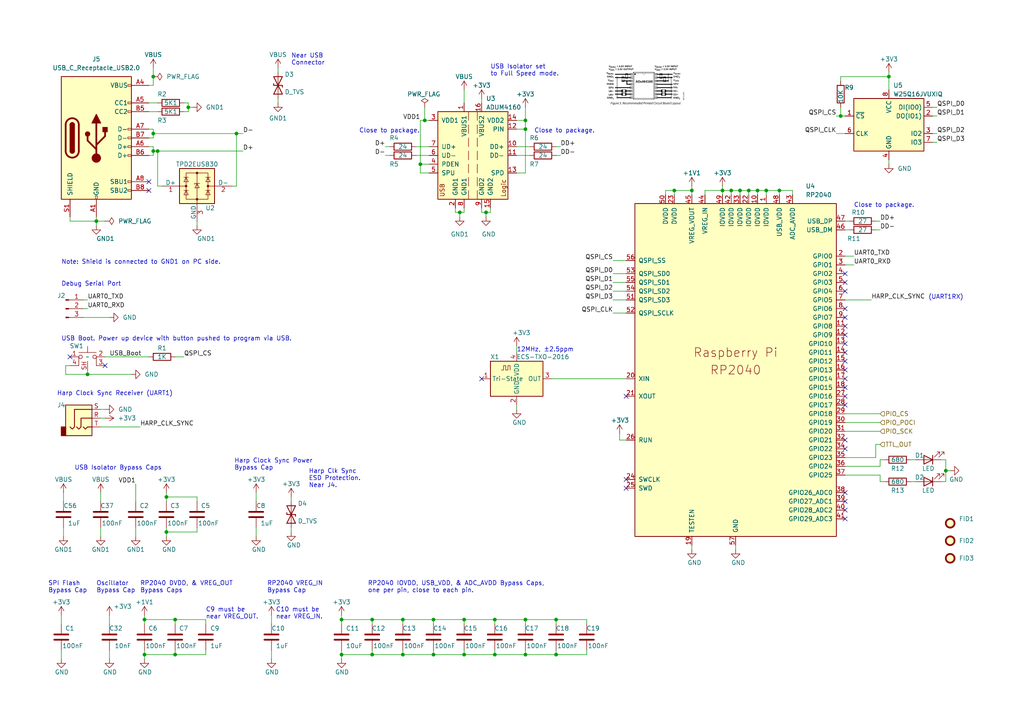
<source format=kicad_sch>
(kicad_sch (version 20230121) (generator eeschema)
  (paper "A4")
  (title_block (title "Lickety Split Capacitive Lick Detector") (date "2023-09-01") (rev "0.7?") (company "The Allen Institute for Neural Dynamics"))
  (junction (at 54.61 31.115))
  (junction (at 195.58 55.245))
  (junction (at 212.09 55.245))
  (junction (at 50.8 179.705))
  (junction (at 222.25 55.245))
  (junction (at 133.35 61.595))
  (junction (at 121.92 47.625))
  (junction (at 107.95 189.865))
  (junction (at 274.32 136.525))
  (junction (at 99.06 189.865))
  (junction (at 41.91 179.705))
  (junction (at 25.4 108.585))
  (junction (at 200.66 55.245))
  (junction (at 99.06 179.705))
  (junction (at 134.62 189.865))
  (junction (at 45.72 43.815))
  (junction (at 116.84 189.865))
  (junction (at 152.4 189.865))
  (junction (at 44.45 22.225))
  (junction (at 161.29 179.705))
  (junction (at 243.84 33.655))
  (junction (at 134.62 179.705))
  (junction (at 27.94 64.135))
  (junction (at 44.45 43.815))
  (junction (at 125.73 179.705))
  (junction (at 41.91 189.865))
  (junction (at 116.84 179.705))
  (junction (at 152.4 179.705))
  (junction (at 226.06 55.245))
  (junction (at 44.45 38.735))
  (junction (at 214.63 55.245))
  (junction (at 50.8 189.865))
  (junction (at 48.26 154.305))
  (junction (at 143.51 179.705))
  (junction (at 217.17 55.245))
  (junction (at 152.4 34.925))
  (junction (at 107.95 179.705))
  (junction (at 68.58 38.735))
  (junction (at 140.97 61.595))
  (junction (at 161.29 189.865))
  (junction (at 209.55 55.245))
  (junction (at 257.81 22.225))
  (junction (at 125.73 189.865))
  (junction (at 219.71 55.245))
  (junction (at 48.26 144.145))
  (junction (at 123.19 34.925))
  (junction (at 143.51 189.865))
  (junction (at 152.4 37.465))
  (no_connect (at 43.18 55.245))
  (no_connect (at 245.11 130.175))
  (no_connect (at 245.11 89.535))
  (no_connect (at 245.11 94.615))
  (no_connect (at 245.11 114.935))
  (no_connect (at 245.11 109.855))
  (no_connect (at 245.11 112.395))
  (no_connect (at 245.11 102.235))
  (no_connect (at 245.11 147.955))
  (no_connect (at 245.11 107.315))
  (no_connect (at 245.11 79.375))
  (no_connect (at 20.32 103.505))
  (no_connect (at 245.11 145.415))
  (no_connect (at 245.11 142.875))
  (no_connect (at 245.11 150.495))
  (no_connect (at 245.11 127.635))
  (no_connect (at 30.48 106.045))
  (no_connect (at 181.61 114.935))
  (no_connect (at 245.11 104.775))
  (no_connect (at 245.11 84.455))
  (no_connect (at 245.11 81.915))
  (no_connect (at 245.11 97.155))
  (no_connect (at 43.18 52.705))
  (no_connect (at 181.61 139.065))
  (no_connect (at 245.11 117.475))
  (no_connect (at 245.11 99.695))
  (no_connect (at 181.61 141.605))
  (no_connect (at 245.11 92.075))
  (no_connect (at 139.7 109.855))
  (wire (pts (xy 243.84 22.225) (xy 257.81 22.225)))
  (wire (pts (xy 255.27 137.795) (xy 245.11 137.795)))
  (wire (pts (xy 31.75 178.435) (xy 31.75 180.975)))
  (wire (pts (xy 57.15 154.305) (xy 57.15 153.035)))
  (wire (pts (xy 111.76 42.545) (xy 113.03 42.545)))
  (wire (pts (xy 120.65 42.545) (xy 124.46 42.545)))
  (wire (pts (xy 123.19 31.115) (xy 123.19 34.925)))
  (wire (pts (xy 217.17 55.245) (xy 217.17 56.515)))
  (wire (pts (xy 214.63 55.245) (xy 217.17 55.245)))
  (wire (pts (xy 257.81 22.225) (xy 257.81 26.035)))
  (wire (pts (xy 243.84 23.495) (xy 243.84 22.225)))
  (wire (pts (xy 99.06 179.705) (xy 99.06 180.975)))
  (wire (pts (xy 25.4 107.315) (xy 25.4 108.585)))
  (wire (pts (xy 41.91 179.705) (xy 50.8 179.705)))
  (wire (pts (xy 140.97 61.595) (xy 142.24 61.595)))
  (wire (pts (xy 139.7 61.595) (xy 140.97 61.595)))
  (wire (pts (xy 18.415 153.035) (xy 18.415 155.575)))
  (wire (pts (xy 273.05 133.35) (xy 274.32 133.35)))
  (wire (pts (xy 20.32 62.865) (xy 20.32 64.135)))
  (wire (pts (xy 44.45 42.545) (xy 44.45 43.815)))
  (wire (pts (xy 39.37 140.335) (xy 39.37 145.415)))
  (wire (pts (xy 44.45 43.815) (xy 44.45 45.085)))
  (wire (pts (xy 274.32 136.525) (xy 275.59 136.525)))
  (wire (pts (xy 30.48 103.505) (xy 43.18 103.505)))
  (wire (pts (xy 270.51 38.735) (xy 271.78 38.735)))
  (wire (pts (xy 161.29 45.085) (xy 162.56 45.085)))
  (wire (pts (xy 274.32 136.525) (xy 274.32 139.7)))
  (wire (pts (xy 107.95 188.595) (xy 107.95 189.865)))
  (wire (pts (xy 48.26 142.875) (xy 48.26 144.145)))
  (wire (pts (xy 243.84 31.115) (xy 243.84 33.655)))
  (wire (pts (xy 143.51 179.705) (xy 143.51 180.975)))
  (wire (pts (xy 19.05 108.585) (xy 19.05 106.045)))
  (wire (pts (xy 134.62 179.705) (xy 143.51 179.705)))
  (wire (pts (xy 29.21 123.825) (xy 40.64 123.825)))
  (wire (pts (xy 125.73 180.975) (xy 125.73 179.705)))
  (wire (pts (xy 170.18 188.595) (xy 170.18 189.865)))
  (wire (pts (xy 181.61 79.375) (xy 177.8 79.375)))
  (wire (pts (xy 18.415 142.875) (xy 18.415 145.415)))
  (wire (pts (xy 134.62 189.865) (xy 125.73 189.865)))
  (wire (pts (xy 245.11 122.555) (xy 255.27 122.555)))
  (wire (pts (xy 39.37 153.035) (xy 39.37 155.575)))
  (wire (pts (xy 44.45 22.225) (xy 44.45 24.765)))
  (wire (pts (xy 116.84 179.705) (xy 116.84 180.975)))
  (wire (pts (xy 143.51 188.595) (xy 143.51 189.865)))
  (wire (pts (xy 68.58 38.735) (xy 68.58 53.975)))
  (wire (pts (xy 181.61 81.915) (xy 177.8 81.915)))
  (wire (pts (xy 222.25 55.245) (xy 222.25 56.515)))
  (wire (pts (xy 139.7 60.325) (xy 139.7 61.595)))
  (wire (pts (xy 273.05 139.7) (xy 274.32 139.7)))
  (wire (pts (xy 125.73 188.595) (xy 125.73 189.865)))
  (wire (pts (xy 245.11 66.675) (xy 246.38 66.675)))
  (wire (pts (xy 149.86 45.085) (xy 153.67 45.085)))
  (wire (pts (xy 132.08 60.325) (xy 132.08 61.595)))
  (wire (pts (xy 152.4 34.925) (xy 149.86 34.925)))
  (wire (pts (xy 245.11 132.715) (xy 254 132.715)))
  (wire (pts (xy 242.57 33.655) (xy 243.84 33.655)))
  (wire (pts (xy 209.55 55.245) (xy 204.47 55.245)))
  (wire (pts (xy 219.71 55.245) (xy 222.25 55.245)))
  (wire (pts (xy 44.45 45.085) (xy 43.18 45.085)))
  (wire (pts (xy 125.73 189.865) (xy 116.84 189.865)))
  (wire (pts (xy 209.55 55.245) (xy 212.09 55.245)))
  (wire (pts (xy 229.87 55.245) (xy 226.06 55.245)))
  (wire (pts (xy 45.72 53.975) (xy 46.99 53.975)))
  (wire (pts (xy 254 64.135) (xy 255.27 64.135)))
  (wire (pts (xy 41.91 189.865) (xy 41.91 191.135)))
  (wire (pts (xy 59.69 189.865) (xy 59.69 188.595)))
  (wire (pts (xy 264.16 139.7) (xy 265.43 139.7)))
  (wire (pts (xy 133.35 61.595) (xy 133.35 62.865)))
  (wire (pts (xy 217.17 55.245) (xy 219.71 55.245)))
  (wire (pts (xy 226.06 55.245) (xy 222.25 55.245)))
  (wire (pts (xy 149.86 37.465) (xy 152.4 37.465)))
  (wire (pts (xy 19.05 108.585) (xy 25.4 108.585)))
  (wire (pts (xy 243.84 33.655) (xy 245.11 33.655)))
  (wire (pts (xy 44.45 24.765) (xy 43.18 24.765)))
  (wire (pts (xy 195.58 55.245) (xy 195.58 56.515)))
  (wire (pts (xy 121.92 50.165) (xy 121.92 47.625)))
  (wire (pts (xy 53.34 29.845) (xy 54.61 29.845)))
  (wire (pts (xy 80.645 28.575) (xy 80.645 29.845)))
  (wire (pts (xy 48.26 154.305) (xy 57.15 154.305)))
  (wire (pts (xy 80.645 19.685) (xy 80.645 20.955)))
  (wire (pts (xy 200.66 55.245) (xy 195.58 55.245)))
  (wire (pts (xy 50.8 179.705) (xy 59.69 179.705)))
  (wire (pts (xy 255.27 135.255) (xy 255.27 133.35)))
  (wire (pts (xy 152.4 188.595) (xy 152.4 189.865)))
  (wire (pts (xy 57.15 64.135) (xy 57.15 65.405)))
  (wire (pts (xy 264.16 133.35) (xy 265.43 133.35)))
  (wire (pts (xy 134.62 60.325) (xy 134.62 61.595)))
  (wire (pts (xy 74.295 142.875) (xy 74.295 145.415)))
  (wire (pts (xy 161.29 42.545) (xy 162.56 42.545)))
  (wire (pts (xy 50.8 180.975) (xy 50.8 179.705)))
  (wire (pts (xy 219.71 55.245) (xy 219.71 56.515)))
  (wire (pts (xy 78.74 188.595) (xy 78.74 191.135)))
  (wire (pts (xy 45.72 43.815) (xy 45.72 53.975)))
  (wire (pts (xy 152.4 37.465) (xy 152.4 50.165)))
  (wire (pts (xy 195.58 55.245) (xy 193.04 55.245)))
  (wire (pts (xy 41.91 188.595) (xy 41.91 189.865)))
  (wire (pts (xy 177.8 90.805) (xy 181.61 90.805)))
  (wire (pts (xy 161.29 189.865) (xy 170.18 189.865)))
  (wire (pts (xy 44.45 38.735) (xy 68.58 38.735)))
  (wire (pts (xy 121.92 47.625) (xy 121.92 34.925)))
  (wire (pts (xy 204.47 55.245) (xy 204.47 56.515)))
  (wire (pts (xy 149.86 42.545) (xy 153.67 42.545)))
  (wire (pts (xy 24.13 89.535) (xy 25.4 89.535)))
  (wire (pts (xy 179.705 127.635) (xy 181.61 127.635)))
  (wire (pts (xy 134.62 61.595) (xy 133.35 61.595)))
  (wire (pts (xy 27.94 64.135) (xy 30.48 64.135)))
  (wire (pts (xy 54.61 32.385) (xy 54.61 31.115)))
  (wire (pts (xy 200.66 55.245) (xy 200.66 56.515)))
  (wire (pts (xy 152.4 50.165) (xy 149.86 50.165)))
  (wire (pts (xy 116.84 189.865) (xy 107.95 189.865)))
  (wire (pts (xy 25.4 108.585) (xy 38.1 108.585)))
  (wire (pts (xy 68.58 38.735) (xy 70.485 38.735)))
  (wire (pts (xy 44.45 40.005) (xy 43.18 40.005)))
  (wire (pts (xy 257.81 46.355) (xy 257.81 47.625)))
  (wire (pts (xy 212.09 55.245) (xy 212.09 56.515)))
  (wire (pts (xy 29.21 153.035) (xy 29.21 155.575)))
  (wire (pts (xy 200.66 53.975) (xy 200.66 55.245)))
  (wire (pts (xy 50.8 189.865) (xy 59.69 189.865)))
  (wire (pts (xy 17.78 188.595) (xy 17.78 191.135)))
  (wire (pts (xy 254 128.905) (xy 254 132.715)))
  (wire (pts (xy 200.66 158.115) (xy 200.66 159.385)))
  (wire (pts (xy 125.73 179.705) (xy 134.62 179.705)))
  (wire (pts (xy 84.455 153.035) (xy 84.455 154.305)))
  (wire (pts (xy 124.46 34.925) (xy 123.19 34.925)))
  (wire (pts (xy 209.55 53.975) (xy 209.55 55.245)))
  (wire (pts (xy 44.45 19.685) (xy 44.45 22.225)))
  (wire (pts (xy 245.11 125.095) (xy 255.27 125.095)))
  (wire (pts (xy 134.62 26.035) (xy 134.62 29.845)))
  (wire (pts (xy 99.06 188.595) (xy 99.06 189.865)))
  (wire (pts (xy 255.27 139.7) (xy 255.27 137.795)))
  (wire (pts (xy 152.4 180.975) (xy 152.4 179.705)))
  (wire (pts (xy 99.06 179.705) (xy 107.95 179.705)))
  (wire (pts (xy 226.06 55.245) (xy 226.06 56.515)))
  (wire (pts (xy 41.91 189.865) (xy 50.8 189.865)))
  (wire (pts (xy 124.46 50.165) (xy 121.92 50.165)))
  (wire (pts (xy 149.86 117.475) (xy 149.86 118.745)))
  (wire (pts (xy 152.4 189.865) (xy 161.29 189.865)))
  (wire (pts (xy 54.61 31.115) (xy 54.61 29.845)))
  (wire (pts (xy 24.13 86.995) (xy 25.4 86.995)))
  (wire (pts (xy 245.11 74.295) (xy 247.65 74.295)))
  (wire (pts (xy 161.29 179.705) (xy 152.4 179.705)))
  (wire (pts (xy 143.51 189.865) (xy 134.62 189.865)))
  (wire (pts (xy 229.87 56.515) (xy 229.87 55.245)))
  (wire (pts (xy 17.78 178.435) (xy 17.78 180.975)))
  (wire (pts (xy 209.55 55.245) (xy 209.55 56.515)))
  (wire (pts (xy 245.11 120.015) (xy 255.27 120.015)))
  (wire (pts (xy 160.02 109.855) (xy 181.61 109.855)))
  (wire (pts (xy 245.11 76.835) (xy 247.65 76.835)))
  (wire (pts (xy 274.32 133.35) (xy 274.32 136.525)))
  (wire (pts (xy 161.29 180.975) (xy 161.29 179.705)))
  (wire (pts (xy 255.27 133.35) (xy 256.54 133.35)))
  (wire (pts (xy 139.7 28.575) (xy 139.7 29.845)))
  (wire (pts (xy 41.91 178.435) (xy 41.91 179.705)))
  (wire (pts (xy 255.27 128.905) (xy 254 128.905)))
  (wire (pts (xy 245.11 135.255) (xy 255.27 135.255)))
  (wire (pts (xy 48.26 153.035) (xy 48.26 154.305)))
  (wire (pts (xy 20.32 64.135) (xy 27.94 64.135)))
  (wire (pts (xy 57.15 145.415) (xy 57.15 144.145)))
  (wire (pts (xy 43.18 29.845) (xy 45.72 29.845)))
  (wire (pts (xy 29.21 142.875) (xy 29.21 145.415)))
  (wire (pts (xy 245.11 86.995) (xy 252.73 86.995)))
  (wire (pts (xy 27.94 62.865) (xy 27.94 64.135)))
  (wire (pts (xy 143.51 179.705) (xy 152.4 179.705)))
  (wire (pts (xy 270.51 33.655) (xy 271.78 33.655)))
  (wire (pts (xy 48.26 154.305) (xy 48.26 155.575)))
  (wire (pts (xy 116.84 188.595) (xy 116.84 189.865)))
  (wire (pts (xy 133.35 61.595) (xy 132.08 61.595)))
  (wire (pts (xy 214.63 55.245) (xy 214.63 56.515)))
  (wire (pts (xy 170.18 180.975) (xy 170.18 179.705)))
  (wire (pts (xy 270.51 31.115) (xy 271.78 31.115)))
  (wire (pts (xy 245.11 64.135) (xy 246.38 64.135)))
  (wire (pts (xy 29.21 118.745) (xy 30.48 118.745)))
  (wire (pts (xy 43.18 37.465) (xy 44.45 37.465)))
  (wire (pts (xy 44.45 37.465) (xy 44.45 38.735)))
  (wire (pts (xy 99.06 189.865) (xy 107.95 189.865)))
  (wire (pts (xy 181.61 86.995) (xy 177.8 86.995)))
  (wire (pts (xy 177.8 75.565) (xy 181.61 75.565)))
  (wire (pts (xy 44.45 43.815) (xy 45.72 43.815)))
  (wire (pts (xy 24.13 92.075) (xy 31.75 92.075)))
  (wire (pts (xy 161.29 189.865) (xy 161.29 188.595)))
  (wire (pts (xy 193.04 55.245) (xy 193.04 56.515)))
  (wire (pts (xy 256.54 139.7) (xy 255.27 139.7)))
  (wire (pts (xy 152.4 189.865) (xy 143.51 189.865)))
  (wire (pts (xy 41.91 179.705) (xy 41.91 180.975)))
  (wire (pts (xy 107.95 179.705) (xy 107.95 180.975)))
  (wire (pts (xy 152.4 31.115) (xy 152.4 34.925)))
  (wire (pts (xy 123.19 34.925) (xy 121.92 34.925)))
  (wire (pts (xy 134.62 179.705) (xy 134.62 180.975)))
  (wire (pts (xy 212.09 55.245) (xy 214.63 55.245)))
  (wire (pts (xy 74.295 153.035) (xy 74.295 155.575)))
  (wire (pts (xy 78.74 178.435) (xy 78.74 180.975)))
  (wire (pts (xy 84.455 144.145) (xy 84.455 145.415)))
  (wire (pts (xy 254 66.675) (xy 255.27 66.675)))
  (wire (pts (xy 50.8 189.865) (xy 50.8 188.595)))
  (wire (pts (xy 53.34 32.385) (xy 54.61 32.385)))
  (wire (pts (xy 99.06 189.865) (xy 99.06 191.135)))
  (wire (pts (xy 242.57 38.735) (xy 245.11 38.735)))
  (wire (pts (xy 31.75 188.595) (xy 31.75 191.135)))
  (wire (pts (xy 54.61 31.115) (xy 55.88 31.115)))
  (wire (pts (xy 19.05 106.045) (xy 20.32 106.045)))
  (wire (pts (xy 43.18 42.545) (xy 44.45 42.545)))
  (wire (pts (xy 181.61 84.455) (xy 177.8 84.455)))
  (wire (pts (xy 213.36 158.115) (xy 213.36 159.385)))
  (wire (pts (xy 142.24 61.595) (xy 142.24 60.325)))
  (wire (pts (xy 43.18 32.385) (xy 45.72 32.385)))
  (wire (pts (xy 134.62 188.595) (xy 134.62 189.865)))
  (wire (pts (xy 59.69 180.975) (xy 59.69 179.705)))
  (wire (pts (xy 48.26 144.145) (xy 48.26 145.415)))
  (wire (pts (xy 116.84 179.705) (xy 125.73 179.705)))
  (wire (pts (xy 120.65 45.085) (xy 124.46 45.085)))
  (wire (pts (xy 179.705 125.73) (xy 179.705 127.635)))
  (wire (pts (xy 257.81 20.955) (xy 257.81 22.225)))
  (wire (pts (xy 124.46 47.625) (xy 121.92 47.625)))
  (wire (pts (xy 140.97 61.595) (xy 140.97 62.865)))
  (wire (pts (xy 57.15 144.145) (xy 48.26 144.145)))
  (wire (pts (xy 45.72 43.815) (xy 70.485 43.815)))
  (wire (pts (xy 29.21 121.285) (xy 30.48 121.285)))
  (wire (pts (xy 149.86 100.33) (xy 149.86 102.235)))
  (wire (pts (xy 68.58 53.975) (xy 67.31 53.975)))
  (wire (pts (xy 44.45 38.735) (xy 44.45 40.005)))
  (wire (pts (xy 170.18 179.705) (xy 161.29 179.705)))
  (wire (pts (xy 111.76 45.085) (xy 113.03 45.085)))
  (wire (pts (xy 270.51 41.275) (xy 271.78 41.275)))
  (wire (pts (xy 116.84 179.705) (xy 107.95 179.705)))
  (wire (pts (xy 27.94 64.135) (xy 27.94 65.405)))
  (wire (pts (xy 50.8 103.505) (xy 53.34 103.505)))
  (wire (pts (xy 99.06 178.435) (xy 99.06 179.705)))
  (wire (pts (xy 152.4 34.925) (xy 152.4 37.465)))
  (image (at 186.69 24.765) (scale 0.172608))
  (text "Close to package." (at 104.14 38.735 0) (effects (font (size 1.27 1.27)) (justify left bottom)))
  (text "Close to package." (at 154.94 38.735 0) (effects (font (size 1.27 1.27)) (justify left bottom)))
  (text "Near USB\nConnector" (at 84.455 19.05 0) (effects (font (size 1.27 1.27)) (justify left bottom)))
  (text "Close to package." (at 247.65 60.325 0) (effects (font (size 1.27 1.27)) (justify left bottom)))
  (text "(UART1RX)" (at 269.24 86.995 0) (effects (font (size 1.27 1.27)) (justify left bottom)))
  (text "Harp Clk Sync\nESD Protection.\nNear J4." (at 89.535 141.605 0) (effects (font (size 1.27 1.27)) (justify left bottom)))
  (text "RP2040 VREG_IN\nBypass Cap" (at 77.47 172.085 0) (effects (font (size 1.27 1.27)) (justify left bottom)))
  (text "Oscillator\nBypass Cap" (at 27.94 172.085 0) (effects (font (size 1.27 1.27)) (justify left bottom)))
  (text "Harp Clock Sync Power\nBypass Cap" (at 67.945 136.525 0) (effects (font (size 1.27 1.27)) (justify left bottom)))
  (text "C10 must be \nnear VREG_IN." (at 80.01 179.705 0) (effects (font (size 1.27 1.27)) (justify left bottom)))
  (text "RP2040 DVDD, & VREG_OUT \nBypass Caps" (at 40.64 172.085 0) (effects (font (size 1.27 1.27)) (justify left bottom)))
  (text "Debug Serial Port" (at 17.78 83.185 0) (effects (font (size 1.27 1.27)) (justify left bottom)))
  (text "USB Boot. Power up device with button pushed to program via USB." (at 17.78 99.06 0) (effects (font (size 1.27 1.27)) (justify left bottom)))
  (text "C9 must be \nnear VREG_OUT." (at 59.69 179.705 0) (effects (font (size 1.27 1.27)) (justify left bottom)))
  (text "Harp Clock Sync Receiver (UART1)" (at 16.51 114.935 0) (effects (font (size 1.27 1.27)) (justify left bottom)))
  (text "12MHz, ±2.5ppm" (at 149.86 102.235 0) (effects (font (size 1.27 1.27)) (justify left bottom)))
  (text "Note: Shield is connected to GND1 on PC side." (at 17.78 76.835 0) (effects (font (size 1.27 1.27)) (justify left bottom)))
  (text "RP2040 IOVDD, USB_VDD, & ADC_AVDD Bypass Caps, \none per pin, close to each pin." (at 106.68 172.085 0) (effects (font (size 1.27 1.27)) (justify left bottom)))
  (text "USB Isolator Bypass Caps" (at 21.59 136.525 0) (effects (font (size 1.27 1.27)) (justify left bottom)))
  (text "SPI Flash\nBypass Cap" (at 13.97 172.085 0) (effects (font (size 1.27 1.27)) (justify left bottom)))
  (text "USB Isolator set\nto Full Speed mode." (at 142.24 22.225 0) (effects (font (size 1.27 1.27)) (justify left bottom)))
  (label "HARP_CLK_SYNC" (at 40.64 123.825 0))
  (label "QSPI_CS" (at 53.34 103.505 0))
  (label "UART0_TXD" (at 247.65 74.295 0))
  (label "QSPI_D3" (at 177.8 86.995 180))
  (label "QSPI_D2" (at 177.8 84.455 180))
  (label "D-" (at 111.76 45.085 180))
  (label "UART0_RXD" (at 25.4 89.535 0))
  (label "QSPI_D1" (at 177.8 81.915 180))
  (label "QSPI_D0" (at 271.78 31.115 0))
  (label "DD-" (at 162.56 45.085 0))
  (label "QSPI_D3" (at 271.78 41.275 0))
  (label "DD+" (at 162.56 42.545 0))
  (label "HARP_CLK_SYNC" (at 252.73 86.995 0))
  (label "QSPI_CS" (at 242.57 33.655 180))
  (label "USB_Boot" (at 31.75 103.505 0))
  (label "UART0_TXD" (at 25.4 86.995 0))
  (label "QSPI_CLK" (at 242.57 38.735 180))
  (label "DD-" (at 255.27 66.675 0))
  (label "UART0_RXD" (at 247.65 76.835 0))
  (label "D-" (at 70.485 38.735 0))
  (label "QSPI_D2" (at 271.78 38.735 0))
  (label "VDD1" (at 121.92 34.925 180))
  (label "VDD1" (at 39.37 140.335 180))
  (label "D+" (at 70.485 43.815 0))
  (label "D+" (at 111.76 42.545 180))
  (label "QSPI_D1" (at 271.78 33.655 0))
  (label "QSPI_D0" (at 177.8 79.375 180))
  (label "QSPI_CLK" (at 177.8 90.805 180))
  (label "QSPI_CS" (at 177.8 75.565 180))
  (label "DD+" (at 255.27 64.135 0))
  (hierarchical_label "PIO_SCK" (shape input) (at 255.27 125.095 0))
  (hierarchical_label "TTL_OUT" (shape input) (at 255.27 128.905 0))
  (hierarchical_label "PIO_POCI" (shape input) (at 255.27 122.555 0))
  (hierarchical_label "PIO_CS" (shape input) (at 255.27 120.015 0))
  (symbol (lib_id "power:+3.3V") (at 152.4 31.115 0) (unit 1)
    (property "Reference" "#PWR029" (effects hide))
    (property "Value" "+3.3V" (at 152.4 27.305 0))
  )
  (symbol (lib_id "Device:R") (at 49.53 32.385 90) (unit 1)
    (property "Reference" "R3" (at 46.99 34.925 90))
    (property "Value" "5K1" (at 49.53 32.385 90))
    (property "Footprint" "Resistor_SMD:R_0402_1005Metric" (effects hide))
    (property "Datasheet" "https://www.yageo.com/upload/media/product/productsearch/datasheet/rchip/PYu-RT_1-to-0.01_RoHS_L_13.pdf" (effects hide))
    (property "Link" "https://www.digikey.com/en/products/detail/yageo/RT0402FRE075K1L/1072083" (effects hide))
    (property "Manufacturer" "Yageo" (effects hide))
    (property "Manufacturer Number" "RT0402FRE075K1L" (effects hide))
    (property "Tolerance" "1%" (effects hide))
    (property "PCBWay Link" "https://www.pcbway.com/components/detail/RT0402FRE075K1L/449762/" (effects hide))
  )
  (symbol (lib_id "power:GND") (at 84.455 154.305 0) (unit 1)
    (property "Reference" "#PWR095" (effects hide))
    (property "Value" "GND" (at 83.185 158.115 0) (effects (justify left)))
  )
  (symbol (lib_id "Mechanical:Fiducial") (at 275.59 151.765 0) (unit 1)
    (property "Reference" "FID1" (at 278.13 150.4949 0) (effects (justify left)))
    (property "Value" "Fiducial" (effects hide))
    (property "Footprint" "Fiducial:Fiducial_0.5mm_Mask1mm" (effects hide))
    (property "Datasheet" "n/a" (effects hide))
    (property "Link" "n/a" (effects hide))
    (property "Manufacturer" "n/a" (effects hide))
    (property "Manufacturer Number" "n/a" (effects hide))
  )
  (symbol (lib_id "power:GND1") (at 80.645 29.845 0) (unit 1)
    (property "Reference" "#PWR079" (effects hide))
    (property "Value" "GND1" (at 80.645 34.29 0))
  )
  (symbol (lib_id "Device:R") (at 243.84 27.305 180) (unit 1)
    (property "Reference" "R9" (at 247.65 25.4 0) (effects (justify left)))
    (property "Value" "10K" (at 243.84 26.035 90) (effects (justify left)))
    (property "Footprint" "Resistor_SMD:R_0402_1005Metric" (effects hide))
    (property "Datasheet" "https://www.koaspeer.com/pdfs/SG73P.pdf" (effects hide))
    (property "Link" "https://www.digikey.com/en/products/detail/koa-speer-electronics-inc/SG73P1EWTTP1002F/14316756" (effects hide))
    (property "Manufacturer" "KOA Speer Electronics, Inc." (effects hide))
    (property "Manufacturer Number" "SG73P1EWTTP1002F" (effects hide))
  )
  (symbol (lib_id "Device:R") (at 116.84 45.085 90) (unit 1)
    (property "Reference" "R5" (at 114.3 47.625 90))
    (property "Value" "24" (at 116.84 45.085 90))
    (property "Footprint" "Resistor_SMD:R_0402_1005Metric" (effects hide))
    (property "Datasheet" "https://www.yageo.com/upload/media/product/productsearch/datasheet/rchip/PYu-AC_51_RoHS_L_10.pdf" (effects hide))
    (property "Link" "https://www.digikey.com/en/products/detail/yageo/AC0402FR-0724RL/5895214" (effects hide))
    (property "Manufacturer" "Yageo" (effects hide))
    (property "Manufacturer Number" "AC0402FR-0724RL" (effects hide))
    (property "Tolerance" "1%" (effects hide))
  )
  (symbol (lib_id "Memory_Flash:W25Q128JVS") (at 257.81 36.195 0) (unit 1)
    (property "Reference" "U5" (at 259.08 24.765 0) (effects (justify left)))
    (property "Value" "W25Q16JVUXIQ" (at 259.08 27.305 0) (effects (justify left)))
    (property "Footprint" "kicad_component_library:Winbond-8USON-2x3mm" (effects hide))
    (property "Datasheet" "https://www.winbond.com/resource-files/w25q16jv%20spi%20revh%2004082019%20plus.pdf" (effects hide))
    (property "Link" "https://www.digikey.com/en/products/detail/winbond-electronics/W25Q16JVUXIQ-TR/15182017" (effects hide))
    (property "Manufacturer" "Winbond Electronics" (effects hide))
    (property "Manufacturer Number" "W25Q16JVUXIQ TR" (effects hide))
    (property "PCBWay Link" "https://www.pcbway.com/components" (effects hide))
  )
  (symbol (lib_id "Device:C") (at 41.91 184.785 180) (unit 1)
    (property "Reference" "C6" (at 45.72 182.245 0) (effects (justify left)))
    (property "Value" "100nF" (at 48.26 187.325 0) (effects (justify left)))
    (property "Footprint" "Capacitor_SMD:C_0402_1005Metric" (effects hide))
    (property "Datasheet" "http://www.passivecomponent.com/wp-content/uploads/datasheet/WTC_MLCC_General_Purpose.pdf" (effects hide))
    (property "Link" "https://www.digikey.com/en/products/detail/walsin-technology-corporation/0402B104K160CT/6707534" (effects hide))
    (property "Manufacturer" "Walson Technology Corporation" (effects hide))
    (property "Manufacturer Number" "0402B104K160CT" (effects hide))
    (property "Rated Voltage" "16V" (effects hide))
    (property "Temperature Coefficient" "X7R" (effects hide))
    (property "Tolerance" "10%" (effects hide))
    (property "PCBWay Link" "https://www.pcbway.com/components/detail/0402B104K160CT/307171/" (effects hide))
    (property "Voltage" "16V" (effects hide))
  )
  (symbol (lib_id "Mechanical:Fiducial") (at 275.59 156.845 0) (unit 1)
    (property "Reference" "FID2" (at 278.13 156.8449 0) (effects (justify left)))
    (property "Value" "Fiducial" (effects hide))
    (property "Footprint" "Fiducial:Fiducial_0.5mm_Mask1mm" (effects hide))
    (property "Datasheet" "n/a" (effects hide))
    (property "Link" "n/a" (effects hide))
    (property "Manufacturer" "n/a" (effects hide))
    (property "Manufacturer Number" "n/a" (effects hide))
  )
  (symbol (lib_id "power:GND") (at 31.75 191.135 0) (unit 1)
    (property "Reference" "#PWR012" (effects hide))
    (property "Value" "GND" (at 29.845 194.945 0) (effects (justify left)))
  )
  (symbol (lib_id "Device:C") (at 31.75 184.785 180) (unit 1)
    (property "Reference" "C32" (at 35.56 182.245 0) (effects (justify left)))
    (property "Value" "10nF" (at 38.1 187.325 0) (effects (justify left)))
    (property "Footprint" "Capacitor_SMD:C_0402_1005Metric" (effects hide))
    (property "Datasheet" "https://www.yageo.com/upload/media/product/productsearch/datasheet/mlcc/UPY-GPHC_X7R_6.3V-to-250V_23.pdf" (effects hide))
    (property "Link" "https://www.digikey.com/en/products/detail/yageo/CC0402KPX7R8BB103/11490384" (effects hide))
    (property "Manufacturer" "Yageo" (effects hide))
    (property "Manufacturer Number" "CC0402KPX7R8BB103" (effects hide))
    (property "Rated Voltage" "25V" (effects hide))
    (property "Temperature Coefficient" "X7R" (effects hide))
    (property "Tolerance" "10%" (effects hide))
    (property "Voltage" "25V" (effects hide))
    (instances (project "sniff_detector" (path "" (reference "C32") (unit 1))) (project "harp_lick_detector_capactive" (path "" (reference "C32") (unit 1)) (path "" (reference "C4") (unit 1))))
  )
  (symbol (lib_id "power:GND1") (at 133.35 62.865 0) (unit 1)
    (property "Reference" "#PWR025" (effects hide))
    (property "Value" "GND1" (at 133.35 67.945 0))
  )
  (symbol (lib_id "power:GND1") (at 29.21 155.575 0) (unit 1)
    (property "Reference" "#PWR065" (effects hide))
    (property "Value" "GND1" (at 29.21 159.385 0))
  )
  (symbol (lib_id "power:+3.3V") (at 31.75 178.435 0) (unit 1)
    (property "Reference" "#PWR064" (effects hide))
    (property "Value" "+3.3V" (at 35.56 175.895 0))
  )
  (symbol (lib_id "power:GND") (at 38.1 108.585 90) (unit 1)
    (property "Reference" "#PWR010" (effects hide))
    (property "Value" "GND" (at 41.91 108.5849 90) (effects (justify right)))
  )
  (symbol (lib_id "Device:C") (at 48.26 149.225 180) (unit 1)
    (property "Reference" "C3" (at 52.07 146.685 0) (effects (justify left)))
    (property "Value" "100nF" (at 54.61 151.765 0) (effects (justify left)))
    (property "Footprint" "Capacitor_SMD:C_0402_1005Metric" (effects hide))
    (property "Datasheet" "http://www.passivecomponent.com/wp-content/uploads/datasheet/WTC_MLCC_General_Purpose.pdf" (effects hide))
    (property "Link" "https://www.digikey.com/en/products/detail/walsin-technology-corporation/0402B104K160CT/6707534" (effects hide))
    (property "Manufacturer" "Walson Technology Corporation" (effects hide))
    (property "Manufacturer Number" "0402B104K160CT" (effects hide))
    (property "Rated Voltage" "16V" (effects hide))
    (property "Temperature Coefficient" "X7R" (effects hide))
    (property "Tolerance" "10%" (effects hide))
    (property "PCBWay Link" "https://www.pcbway.com/components/detail/0402B104K160CT/307171/" (effects hide))
    (property "Voltage" "16V" (effects hide))
  )
  (symbol (lib_id "power:GND") (at 213.36 159.385 0) (unit 1)
    (property "Reference" "#PWR036" (effects hide))
    (property "Value" "GND" (at 212.09 163.195 0) (effects (justify left)))
  )
  (symbol (lib_id "Device:C") (at 134.62 184.785 180) (unit 1)
    (property "Reference" "C15" (at 138.43 182.245 0) (effects (justify left)))
    (property "Value" "100nF" (at 140.97 187.325 0) (effects (justify left)))
    (property "Footprint" "Capacitor_SMD:C_0402_1005Metric" (effects hide))
    (property "Datasheet" "http://www.passivecomponent.com/wp-content/uploads/datasheet/WTC_MLCC_General_Purpose.pdf" (effects hide))
    (property "Link" "https://www.digikey.com/en/products/detail/walsin-technology-corporation/0402B104K160CT/6707534" (effects hide))
    (property "Manufacturer" "Walson Technology Corporation" (effects hide))
    (property "Manufacturer Number" "0402B104K160CT" (effects hide))
    (property "Rated Voltage" "16V" (effects hide))
    (property "Temperature Coefficient" "X7R" (effects hide))
    (property "Tolerance" "10%" (effects hide))
    (property "PCBWay Link" "https://www.pcbway.com/components/detail/0402B104K160CT/307171/" (effects hide))
    (property "Voltage" "16V" (effects hide))
  )
  (symbol (lib_id "power:+3.3V") (at 257.81 20.955 0) (unit 1)
    (property "Reference" "#PWR037" (effects hide))
    (property "Value" "+3.3V" (at 257.81 17.145 0))
  )
  (symbol (lib_id "power:+3.3V") (at 48.26 142.875 0) (unit 1)
    (property "Reference" "#PWR05" (effects hide))
    (property "Value" "+3.3V" (at 48.26 139.065 0))
  )
  (symbol (lib_id "power:VBUS") (at 80.645 19.685 0) (unit 1)
    (property "Reference" "#PWR055" (effects hide))
    (property "Value" "VBUS" (at 80.645 15.875 0))
  )
  (symbol (lib_id "power:+1V1") (at 41.91 178.435 0) (unit 1)
    (property "Reference" "#PWR014" (effects hide))
    (property "Value" "+1V1" (at 41.91 174.625 0))
  )
  (symbol (lib_id "Device:LED") (at 269.24 139.7 180) (unit 1)
    (property "Reference" "D2" (at 266.7 138.43 0))
    (property "Value" "LED" (at 269.24 142.24 0))
    (property "Footprint" "LED_SMD:LED_0603_1608Metric_Pad1.05x0.95mm_HandSolder" (effects hide))
    (property "Datasheet" "https://www.sunledusa.com/products/spec/XZCDGK53W-1VF.pdf" (effects hide))
    (property "Link" "https://www.digikey.com/en/products/detail/sunled/XZCDGK53W-1VF/15761905" (effects hide))
    (property "Notes" "2mA, 98mcd, green" (effects hide))
    (property "Manufacturer" "SunLED" (effects hide))
    (property "Manufacturer Number" "XZCDGK53W-1VF" (effects hide))
  )
  (symbol (lib_id "power:GND") (at 74.295 155.575 0) (unit 1)
    (property "Reference" "#PWR018" (effects hide))
    (property "Value" "GND" (at 73.025 159.385 0) (effects (justify left)))
  )
  (symbol (lib_id "power:+3.3V") (at 74.295 142.875 0) (unit 1)
    (property "Reference" "#PWR017" (effects hide))
    (property "Value" "+3.3V" (at 74.295 139.065 0))
  )
  (symbol (lib_id "Device:R") (at 250.19 64.135 90) (unit 1)
    (property "Reference" "R10" (at 248.92 61.595 90))
    (property "Value" "27" (at 250.19 64.135 90))
    (property "Footprint" "Resistor_SMD:R_0402_1005Metric" (effects hide))
    (property "Datasheet" "RC0402FR-0727RL" (effects hide))
    (property "Link" "https://www.digikey.com/en/products/detail/yageo/RC0402FR-0727RL/5280946" (effects hide))
    (property "Manufacturer" "Yageo" (effects hide))
    (property "Manufacturer Number" "RC0402FR-0727RL" (effects hide))
    (property "Tolerance" "1%" (effects hide))
    (property "PCBWay Link" "https://www.pcbway.com/components/detail/RC0402FR0727RL/656670/" (effects hide))
  )
  (symbol (lib_id "Power_Protection:TPD2EUSB30") (at 57.15 53.975 0) (unit 1)
    (property "Reference" "U2" (at 60.96 60.325 0))
    (property "Value" "TPD2EUSB30" (at 57.15 47.625 0))
    (property "Footprint" "Package_TO_SOT_SMD:Texas_DRT-3" (effects hide))
    (property "Datasheet" "http://www.ti.com/lit/ds/symlink/tpd2eusb30a.pdf" (effects hide))
    (property "Link" "https://www.digikey.com/en/products/detail/texas-instruments/TPD2EUSB30DRTR/2193486" (effects hide))
    (property "PCBWay Link" "https://www.pcbway.com/components/detail/TPD2EUSB30ADRTR/324861/" (effects hide))
    (property "Manufacturer" "Texas Instruments" (effects hide))
    (property "Manufacturer Number" "TPD2EUSB30DRTR" (effects hide))
  )
  (symbol (lib_id "power:+3.3V") (at 99.06 178.435 0) (unit 1)
    (property "Reference" "#PWR023" (effects hide))
    (property "Value" "+3.3V" (at 99.06 174.625 0))
  )
  (symbol (lib_id "power:+3V3") (at 179.705 125.73 0) (unit 1)
    (property "Reference" "#PWR032" (effects hide))
    (property "Value" "+3V3" (at 177.165 121.92 0) (effects (justify left)))
  )
  (symbol (lib_id "power:GND1") (at 27.94 65.405 0) (unit 1)
    (property "Reference" "#PWR04" (effects hide))
    (property "Value" "GND1" (at 27.94 69.215 0) (effects (justify left)))
  )
  (symbol (lib_id "Device:C") (at 116.84 184.785 180) (unit 1)
    (property "Reference" "C13" (at 120.65 182.245 0) (effects (justify left)))
    (property "Value" "100nF" (at 123.19 187.325 0) (effects (justify left)))
    (property "Footprint" "Capacitor_SMD:C_0402_1005Metric" (effects hide))
    (property "Datasheet" "http://www.passivecomponent.com/wp-content/uploads/datasheet/WTC_MLCC_General_Purpose.pdf" (effects hide))
    (property "Link" "https://www.digikey.com/en/products/detail/walsin-technology-corporation/0402B104K160CT/6707534" (effects hide))
    (property "Manufacturer" "Walson Technology Corporation" (effects hide))
    (property "Manufacturer Number" "0402B104K160CT" (effects hide))
    (property "Rated Voltage" "16V" (effects hide))
    (property "Temperature Coefficient" "X7R" (effects hide))
    (property "Tolerance" "10%" (effects hide))
    (property "PCBWay Link" "https://www.pcbway.com/components/detail/0402B104K160CT/307171/" (effects hide))
    (property "Voltage" "16V" (effects hide))
  )
  (symbol (lib_id "power:VBUS") (at 18.415 142.875 0) (unit 1)
    (property "Reference" "#PWR0117" (effects hide))
    (property "Value" "VBUS" (at 18.415 139.065 0))
  )
  (symbol (lib_id "power:+3.3V") (at 139.7 28.575 0) (unit 1)
    (property "Reference" "#PWR027" (effects hide))
    (property "Value" "+3.3V" (at 139.7 24.765 0))
  )
  (symbol (lib_id "Device:R") (at 49.53 29.845 90) (unit 1)
    (property "Reference" "R2" (at 46.99 27.305 90))
    (property "Value" "5K1" (at 49.53 29.845 90))
    (property "Footprint" "Resistor_SMD:R_0402_1005Metric" (effects hide))
    (property "Datasheet" "https://www.yageo.com/upload/media/product/productsearch/datasheet/rchip/PYu-RT_1-to-0.01_RoHS_L_13.pdf" (effects hide))
    (property "Link" "https://www.digikey.com/en/products/detail/yageo/RT0402FRE075K1L/1072083" (effects hide))
    (property "Manufacturer" "Yageo" (effects hide))
    (property "Manufacturer Number" "RT0402FRE075K1L" (effects hide))
    (property "Tolerance" "1%" (effects hide))
    (property "PCBWay Link" "https://www.pcbway.com/components/detail/RT0402FRE075K1L/449762/" (effects hide))
  )
  (symbol (lib_id "power:PWR_FLAG") (at 30.48 64.135 270) (unit 1)
    (property "Reference" "#FLG01" (effects hide))
    (property "Value" "PWR_FLAG" (at 34.29 64.1349 90) (effects (justify left)))
    (instances (project "sniff_detector" (path "" (reference "#FLG01") (unit 1))) (project "harp_lick_detector_capactive" (path "" (reference "#FLG02") (unit 1))))
  )
  (symbol (lib_id "power:+3.3V") (at 78.74 178.435 0) (unit 1)
    (property "Reference" "#PWR021" (effects hide))
    (property "Value" "+3.3V" (at 78.74 174.625 0))
  )
  (symbol (lib_id "Device:R") (at 250.19 66.675 90) (unit 1)
    (property "Reference" "R11" (at 247.65 69.215 90))
    (property "Value" "27" (at 250.19 66.675 90))
    (property "Footprint" "Resistor_SMD:R_0402_1005Metric" (effects hide))
    (property "Datasheet" "RC0402FR-0727RL" (effects hide))
    (property "Link" "https://www.digikey.com/en/products/detail/yageo/RC0402FR-0727RL/5280946" (effects hide))
    (property "Manufacturer" "Yageo" (effects hide))
    (property "Manufacturer Number" "RC0402FR-0727RL" (effects hide))
    (property "Tolerance" "1%" (effects hide))
    (property "PCBWay Link" "https://www.pcbway.com/components/detail/RC0402FR0727RL/656670/" (effects hide))
  )
  (symbol (lib_id "power:GND") (at 99.06 191.135 0) (unit 1)
    (property "Reference" "#PWR024" (effects hide))
    (property "Value" "GND" (at 97.155 194.945 0) (effects (justify left)))
  )
  (symbol (lib_id "Device:C") (at 143.51 184.785 180) (unit 1)
    (property "Reference" "C16" (at 147.32 182.245 0) (effects (justify left)))
    (property "Value" "100nF" (at 149.86 187.325 0) (effects (justify left)))
    (property "Footprint" "Capacitor_SMD:C_0402_1005Metric" (effects hide))
    (property "Datasheet" "http://www.passivecomponent.com/wp-content/uploads/datasheet/WTC_MLCC_General_Purpose.pdf" (effects hide))
    (property "Link" "https://www.digikey.com/en/products/detail/walsin-technology-corporation/0402B104K160CT/6707534" (effects hide))
    (property "Manufacturer" "Walson Technology Corporation" (effects hide))
    (property "Manufacturer Number" "0402B104K160CT" (effects hide))
    (property "Rated Voltage" "16V" (effects hide))
    (property "Temperature Coefficient" "X7R" (effects hide))
    (property "Tolerance" "10%" (effects hide))
    (property "PCBWay Link" "https://www.pcbway.com/components/detail/0402B104K160CT/307171/" (effects hide))
    (property "Voltage" "16V" (effects hide))
  )
  (symbol (lib_id "Connector:Conn_01x03_Male") (at 19.05 89.535 0) (unit 1)
    (property "Reference" "J2" (at 17.78 85.725 0))
    (property "Value" "Conn_01x03_Male" (effects hide))
    (property "Footprint" "Connector_PinHeader_2.54mm:PinHeader_1x03_P2.54mm_Vertical" (effects hide))
    (property "Datasheet" "n/a" (effects hide))
    (property "Notes" "DNP" (effects hide))
    (property "Alternate" "n/a" (effects hide))
    (property "Link" "n/a" (effects hide))
    (property "Manufacturer" "n/a" (effects hide))
    (property "Manufacturer Number" "n/a" (effects hide))
  )
  (symbol (lib_id "pi_pico:RP2040") (at 213.36 107.315 0) (unit 1)
    (property "Reference" "U4" (at 233.68 53.975 0) (effects (justify left)))
    (property "Value" "RP2040" (at 233.68 56.515 0) (effects (justify left)))
    (property "Footprint" "kicad_component_library:RP2040-QFN-56" (effects hide))
    (property "Datasheet" "https://datasheets.raspberrypi.com/rp2040/rp2040-datasheet.pdf" (effects hide))
    (property "PCBWay Link" "https://www.pcbway.com/components/detail/SC091413/363165/" (effects hide))
    (property "Link" "https://www.digikey.com/en/products/detail/raspberry-pi/SC0914-13/14306010?s=N4IgTCBcDaIE4AcwAYAsyQF0C%2BQ" (effects hide))
    (property "Manufacturer Number" "SC0914(13)" (effects hide))
    (property "Manufacturer" "Raspberry Pi" (effects hide))
  )
  (symbol (lib_id "power:GND") (at 31.75 92.075 90) (unit 1)
    (property "Reference" "#PWR09" (effects hide))
    (property "Value" "GND" (at 35.56 92.0749 90) (effects (justify right)))
  )
  (symbol (lib_id "power:GND") (at 149.86 118.745 0) (unit 1)
    (property "Reference" "#PWR031" (effects hide))
    (property "Value" "GND" (at 148.59 122.555 0) (effects (justify left)))
  )
  (symbol (lib_id "Connector:USB_C_Receptacle_USB2.0") (at 27.94 40.005 0) (unit 1)
    (property "Reference" "J5" (at 27.94 17.145 0))
    (property "Value" "USB_C_Receptacle_USB2.0" (at 27.94 19.685 0))
    (property "Footprint" "Connector_USB:USB_C_Receptacle_JAE_DX07S016JA1R1500" (effects hide))
    (property "Datasheet" "https://www.jae.com/direct/topics/topics_file_download/?topics_id=66500&ext_no=04&_lang=en&v=2019072610033121856109" (effects hide))
    (property "Link" "https://www.digikey.com/en/products/detail/jae-electronics/DX07S016JA1R1500/11585731?s=N4IgTCBcDaICIA0AMB2AykgjANgFIEFMAlTAViSRAF0BfIA" (effects hide))
    (property "Manufacturer" "JAE Electronics" (effects hide))
    (property "Manufacturer Number" "DX07S016JA1R1500" (effects hide))
    (property "PCBWay Link" "https://www.pcbway.com/components/detail/DX07S016JA1R1500/10895/" (effects hide))
  )
  (symbol (lib_id "Device:C") (at 161.29 184.785 180) (unit 1)
    (property "Reference" "C18" (at 165.1 182.245 0) (effects (justify left)))
    (property "Value" "100nF" (at 167.64 187.325 0) (effects (justify left)))
    (property "Footprint" "Capacitor_SMD:C_0402_1005Metric" (effects hide))
    (property "Datasheet" "http://www.passivecomponent.com/wp-content/uploads/datasheet/WTC_MLCC_General_Purpose.pdf" (effects hide))
    (property "Link" "https://www.digikey.com/en/products/detail/walsin-technology-corporation/0402B104K160CT/6707534" (effects hide))
    (property "Manufacturer" "Walson Technology Corporation" (effects hide))
    (property "Manufacturer Number" "0402B104K160CT" (effects hide))
    (property "Rated Voltage" "16V" (effects hide))
    (property "Temperature Coefficient" "X7R" (effects hide))
    (property "Tolerance" "10%" (effects hide))
    (property "PCBWay Link" "https://www.pcbway.com/components/detail/0402B104K160CT/307171/" (effects hide))
    (property "Voltage" "16V" (effects hide))
  )
  (symbol (lib_id "power:+3.3V") (at 84.455 144.145 0) (unit 1)
    (property "Reference" "#PWR094" (effects hide))
    (property "Value" "+3.3V" (at 84.455 140.335 0))
  )
  (symbol (lib_id "Device:R") (at 116.84 42.545 90) (unit 1)
    (property "Reference" "R4" (at 114.3 40.005 90))
    (property "Value" "24" (at 116.84 42.545 90))
    (property "Footprint" "Resistor_SMD:R_0402_1005Metric" (effects hide))
    (property "Datasheet" "https://www.yageo.com/upload/media/product/productsearch/datasheet/rchip/PYu-AC_51_RoHS_L_10.pdf" (effects hide))
    (property "Link" "https://www.digikey.com/en/products/detail/yageo/AC0402FR-0724RL/5895214" (effects hide))
    (property "Manufacturer" "Yageo" (effects hide))
    (property "Manufacturer Number" "AC0402FR-0724RL" (effects hide))
    (property "Tolerance" "1%" (effects hide))
  )
  (symbol (lib_id "power:GND") (at 275.59 136.525 90) (unit 1)
    (property "Reference" "#PWR039" (effects hide))
    (property "Value" "GND" (at 279.4 139.065 90) (effects (justify left)))
  )
  (symbol (lib_id "power:GND1") (at 39.37 155.575 0) (unit 1)
    (property "Reference" "#PWR03" (effects hide))
    (property "Value" "GND1" (at 39.37 159.385 0))
  )
  (symbol (lib_id "power:VBUS") (at 44.45 19.685 0) (unit 1)
    (property "Reference" "#PWR016" (effects hide))
    (property "Value" "VBUS" (at 44.45 15.875 0))
  )
  (symbol (lib_id "Device:C") (at 57.15 149.225 180) (unit 1)
    (property "Reference" "C5" (at 60.96 146.685 0) (effects (justify left)))
    (property "Value" "100nF" (at 63.5 151.765 0) (effects (justify left)))
    (property "Footprint" "Capacitor_SMD:C_0402_1005Metric" (effects hide))
    (property "Datasheet" "http://www.passivecomponent.com/wp-content/uploads/datasheet/WTC_MLCC_General_Purpose.pdf" (effects hide))
    (property "Link" "https://www.digikey.com/en/products/detail/walsin-technology-corporation/0402B104K160CT/6707534" (effects hide))
    (property "Manufacturer" "Walson Technology Corporation" (effects hide))
    (property "Manufacturer Number" "0402B104K160CT" (effects hide))
    (property "Rated Voltage" "16V" (effects hide))
    (property "Temperature Coefficient" "X7R" (effects hide))
    (property "Tolerance" "10%" (effects hide))
    (property "PCBWay Link" "https://www.pcbway.com/components/detail/0402B104K160CT/307171/" (effects hide))
    (property "Voltage" "16V" (effects hide))
  )
  (symbol (lib_id "Device:C") (at 59.69 184.785 0) (unit 1)
    (property "Reference" "C9" (at 60.96 182.245 0) (effects (justify left)))
    (property "Value" "1uF" (at 60.96 187.325 0) (effects (justify left)))
    (property "Footprint" "Capacitor_SMD:C_0402_1005Metric" (effects hide))
    (property "Datasheet" "https://search.murata.co.jp/Ceramy/image/img/A01X/G101/ENG/GRM155R6YA105KE11-01.pdf" (effects hide))
    (property "Notes" "must not be polarized" (effects hide))
    (property "Link" "https://www.digikey.com/en/products/detail/murata-electronics/GRM155R6YA105KE11J/4905163" (effects hide))
    (property "Manufacturer Number" "GRM155R6YA105KE11J" (effects hide))
    (property "Manufacturer" "Murata Electronics" (effects hide))
    (property "Rated Voltage" "35V" (effects hide))
    (property "Temperature Coefficient" "X5R" (effects hide))
    (property "Voltage" "35V" (effects hide))
    (property "Tolerance" "10%" (effects hide))
  )
  (symbol (lib_id "Device:C") (at 74.295 149.225 0) (unit 1)
    (property "Reference" "C8" (at 74.295 146.685 0) (effects (justify left)))
    (property "Value" "1uF" (at 75.565 151.765 0) (effects (justify left)))
    (property "Footprint" "Capacitor_SMD:C_0402_1005Metric" (effects hide))
    (property "Datasheet" "https://search.murata.co.jp/Ceramy/image/img/A01X/G101/ENG/GRM155R6YA105KE11-01.pdf" (effects hide))
    (property "Notes" "must not be polarized" (effects hide))
    (property "Link" "https://www.digikey.com/en/products/detail/murata-electronics/GRM155R6YA105KE11J/4905163" (effects hide))
    (property "Manufacturer Number" "GRM155R6YA105KE11J" (effects hide))
    (property "Manufacturer" "Murata Electronics" (effects hide))
    (property "Rated Voltage" "35V" (effects hide))
    (property "Temperature Coefficient" "X5R" (effects hide))
    (property "Voltage" "35V" (effects hide))
    (property "Tolerance" "10%" (effects hide))
  )
  (symbol (lib_id "power:GND") (at 41.91 191.135 0) (unit 1)
    (property "Reference" "#PWR015" (effects hide))
    (property "Value" "GND" (at 40.005 194.945 0) (effects (justify left)))
  )
  (symbol (lib_id "power:+3V3") (at 30.48 121.285 270) (unit 1)
    (property "Reference" "#PWR08" (effects hide))
    (property "Value" "+3V3" (at 36.83 121.285 90))
  )
  (symbol (lib_id "Device:D_TVS") (at 84.455 149.225 90) (unit 1)
    (property "Reference" "D4" (at 86.36 146.05 90) (effects (justify right)))
    (property "Value" "D_TVS" (at 86.36 151.13 90) (effects (justify right)))
    (property "Footprint" "Diode_SMD:D_0402_1005Metric" (effects hide))
    (property "Datasheet" "https://www.onsemi.com/pdf/datasheet/esdm3551-d.pdf" (effects hide))
    (property "Link" "https://www.digikey.com/en/products/detail/onsemi/SZESDM3551N2T5G/15860141" (effects hide))
    (property "PCBWay Link" "https://www.pcbway.com/components/detail/SZESDM3551N2T5G/947288/" (effects hide))
    (property "Manufacturer" "onsemi" (effects hide))
    (property "Manufacturer Number" "SZESDM3551N2T5G" (effects hide))
    (property "Notes" "not polarized" (effects hide))
  )
  (symbol (lib_id "power:GND1") (at 18.415 155.575 0) (unit 1)
    (property "Reference" "#PWR0116" (effects hide))
    (property "Value" "GND1" (at 18.415 159.385 0))
  )
  (symbol (lib_id "Device:R") (at 260.35 133.35 90) (unit 1)
    (property "Reference" "R12" (at 260.35 135.89 90))
    (property "Value" "680" (at 260.35 133.35 90))
    (property "Footprint" "Resistor_SMD:R_0402_1005Metric" (effects hide))
    (property "Datasheet" "https://www.yageo.com/upload/media/product/productsearch/datasheet/rchip/PYu-RC_Group_51_RoHS_L_12.pdf" (effects hide))
    (property "Link" "https://www.digikey.com/en/products/detail/yageo/RC0402FR-07680RL/726654" (effects hide))
    (property "Manufacturer" "Yageo" (effects hide))
    (property "Manufacturer Number" "RC0402FR-07680RL" (effects hide))
    (property "Tolerance" "1%" (effects hide))
    (instances (project "sniff_detector" (path "" (reference "R12") (unit 1))) (project "ttl_io" (path "" (reference "R11") (unit 1))) (project "harp_lick_detector_capactive" (path "" (reference "R12") (unit 1))))
  )
  (symbol (lib_id "Device:C") (at 170.18 184.785 180) (unit 1)
    (property "Reference" "C19" (at 173.99 182.245 0) (effects (justify left)))
    (property "Value" "100nF" (at 176.53 187.325 0) (effects (justify left)))
    (property "Footprint" "Capacitor_SMD:C_0402_1005Metric" (effects hide))
    (property "Datasheet" "http://www.passivecomponent.com/wp-content/uploads/datasheet/WTC_MLCC_General_Purpose.pdf" (effects hide))
    (property "Link" "https://www.digikey.com/en/products/detail/walsin-technology-corporation/0402B104K160CT/6707534" (effects hide))
    (property "Manufacturer" "Walson Technology Corporation" (effects hide))
    (property "Manufacturer Number" "0402B104K160CT" (effects hide))
    (property "Rated Voltage" "16V" (effects hide))
    (property "Temperature Coefficient" "X7R" (effects hide))
    (property "Tolerance" "10%" (effects hide))
    (property "PCBWay Link" "https://www.pcbway.com/components/detail/0402B104K160CT/307171/" (effects hide))
    (property "Voltage" "16V" (effects hide))
  )
  (symbol (lib_id "Device:C") (at 125.73 184.785 180) (unit 1)
    (property "Reference" "C14" (at 129.54 182.245 0) (effects (justify left)))
    (property "Value" "100nF" (at 132.08 187.325 0) (effects (justify left)))
    (property "Footprint" "Capacitor_SMD:C_0402_1005Metric" (effects hide))
    (property "Datasheet" "http://www.passivecomponent.com/wp-content/uploads/datasheet/WTC_MLCC_General_Purpose.pdf" (effects hide))
    (property "Link" "https://www.digikey.com/en/products/detail/walsin-technology-corporation/0402B104K160CT/6707534" (effects hide))
    (property "Manufacturer" "Walson Technology Corporation" (effects hide))
    (property "Manufacturer Number" "0402B104K160CT" (effects hide))
    (property "Rated Voltage" "16V" (effects hide))
    (property "Temperature Coefficient" "X7R" (effects hide))
    (property "Tolerance" "10%" (effects hide))
    (property "PCBWay Link" "https://www.pcbway.com/components/detail/0402B104K160CT/307171/" (effects hide))
    (property "Voltage" "16V" (effects hide))
  )
  (symbol (lib_id "Device:R") (at 260.35 139.7 90) (unit 1)
    (property "Reference" "R13" (at 260.35 142.24 90))
    (property "Value" "680" (at 260.35 139.7 90))
    (property "Footprint" "Resistor_SMD:R_0402_1005Metric" (effects hide))
    (property "Datasheet" "https://www.yageo.com/upload/media/product/productsearch/datasheet/rchip/PYu-RC_Group_51_RoHS_L_12.pdf" (effects hide))
    (property "Link" "https://www.digikey.com/en/products/detail/yageo/RC0402FR-07680RL/726654" (effects hide))
    (property "Manufacturer" "Yageo" (effects hide))
    (property "Manufacturer Number" "RC0402FR-07680RL" (effects hide))
    (property "Tolerance" "1%" (effects hide))
    (instances (project "sniff_detector" (path "" (reference "R13") (unit 1))) (project "ttl_io" (path "" (reference "R11") (unit 1))) (project "harp_lick_detector_capactive" (path "" (reference "R13") (unit 1))))
  )
  (symbol (lib_id "Mechanical:Fiducial") (at 275.59 161.925 0) (unit 1)
    (property "Reference" "FID3" (at 278.13 161.9249 0) (effects (justify left)))
    (property "Value" "Fiducial" (effects hide))
    (property "Footprint" "Fiducial:Fiducial_0.5mm_Mask1mm" (effects hide))
    (property "Datasheet" "n/a" (effects hide))
    (property "Link" "n/a" (effects hide))
    (property "Manufacturer" "n/a" (effects hide))
    (property "Manufacturer Number" "n/a" (effects hide))
  )
  (symbol (lib_id "Device:C") (at 152.4 184.785 180) (unit 1)
    (property "Reference" "C17" (at 156.21 182.245 0) (effects (justify left)))
    (property "Value" "100nF" (at 158.75 187.325 0) (effects (justify left)))
    (property "Footprint" "Capacitor_SMD:C_0402_1005Metric" (effects hide))
    (property "Datasheet" "http://www.passivecomponent.com/wp-content/uploads/datasheet/WTC_MLCC_General_Purpose.pdf" (effects hide))
    (property "Link" "https://www.digikey.com/en/products/detail/walsin-technology-corporation/0402B104K160CT/6707534" (effects hide))
    (property "Manufacturer" "Walson Technology Corporation" (effects hide))
    (property "Manufacturer Number" "0402B104K160CT" (effects hide))
    (property "Rated Voltage" "16V" (effects hide))
    (property "Temperature Coefficient" "X7R" (effects hide))
    (property "Tolerance" "10%" (effects hide))
    (property "PCBWay Link" "https://www.pcbway.com/components/detail/0402B104K160CT/307171/" (effects hide))
    (property "Voltage" "16V" (effects hide))
  )
  (symbol (lib_id "power:+3V3") (at 209.55 53.975 0) (unit 1)
    (property "Reference" "#PWR035" (effects hide))
    (property "Value" "+3V3" (at 209.55 50.165 0))
  )
  (symbol (lib_id "power:GND1") (at 57.15 65.405 0) (unit 1)
    (property "Reference" "#PWR020" (effects hide))
    (property "Value" "GND1" (at 57.15 69.215 0) (effects (justify left)))
  )
  (symbol (lib_id "Device:D_TVS") (at 80.645 24.765 90) (unit 1)
    (property "Reference" "D3" (at 82.55 21.59 90) (effects (justify right)))
    (property "Value" "D_TVS" (at 82.55 26.67 90) (effects (justify right)))
    (property "Footprint" "Diode_SMD:D_0402_1005Metric" (effects hide))
    (property "Datasheet" "https://www.onsemi.com/pdf/datasheet/esdm3551-d.pdf" (effects hide))
    (property "Link" "https://www.digikey.com/en/products/detail/onsemi/SZESDM3551N2T5G/15860141" (effects hide))
    (property "PCBWay Link" "https://www.pcbway.com/components/detail/SZESDM3551N2T5G/947288/" (effects hide))
    (property "Manufacturer" "onsemi" (effects hide))
    (property "Manufacturer Number" "SZESDM3551N2T5G" (effects hide))
    (property "Notes" "not polarized" (effects hide))
  )
  (symbol (lib_id "Connector:AudioJack3") (at 24.13 121.285 0) (unit 1)
    (property "Reference" "J4" (at 17.78 117.475 0))
    (property "Value" "AudioJack3" (effects hide))
    (property "Footprint" "Connector_Audio:Jack_3.5mm_CUI_SJ-3523-SMT_Horizontal" (effects hide))
    (property "Datasheet" "https://www.cuidevices.com/product/resource/sj-352x-smt.pdf" (effects hide))
    (property "Link" "https://www.digikey.com/en/products/detail/cui-devices/SJ-3523-SMT-TR/281297" (effects hide))
    (property "PCBWay Link" "https://www.pcbway.com/components/detail/SJ3523SMTTR/473228/" (effects hide))
    (property "Manufacturer Number" "SJ-3523-SMT-TR" (effects hide))
    (property "Manufacturer" "CUI Devices" (effects hide))
  )
  (symbol (lib_id "Device:C") (at 17.78 184.785 180) (unit 1)
    (property "Reference" "C1" (at 21.59 182.245 0) (effects (justify left)))
    (property "Value" "100nF" (at 24.13 187.325 0) (effects (justify left)))
    (property "Footprint" "Capacitor_SMD:C_0402_1005Metric" (effects hide))
    (property "Datasheet" "http://www.passivecomponent.com/wp-content/uploads/datasheet/WTC_MLCC_General_Purpose.pdf" (effects hide))
    (property "Link" "https://www.digikey.com/en/products/detail/walsin-technology-corporation/0402B104K160CT/6707534" (effects hide))
    (property "Manufacturer" "Walson Technology Corporation" (effects hide))
    (property "Manufacturer Number" "0402B104K160CT" (effects hide))
    (property "Rated Voltage" "16V" (effects hide))
    (property "Temperature Coefficient" "X7R" (effects hide))
    (property "Tolerance" "10%" (effects hide))
    (property "PCBWay Link" "https://www.pcbway.com/components/detail/0402B104K160CT/307171/" (effects hide))
    (property "Voltage" "16V" (effects hide))
  )
  (symbol (lib_id "power:PWR_FLAG") (at 44.45 22.225 270) (unit 1)
    (property "Reference" "#FLG02" (effects hide))
    (property "Value" "PWR_FLAG" (at 48.26 22.2249 90) (effects (justify left)))
  )
  (symbol (lib_id "power:PWR_FLAG") (at 123.19 31.115 0) (unit 1)
    (property "Reference" "#FLG03" (effects hide))
    (property "Value" "PWR_FLAG" (at 118.11 27.305 0) (effects (justify left)))
  )
  (symbol (lib_id "Device:C") (at 107.95 184.785 180) (unit 1)
    (property "Reference" "C12" (at 111.76 182.245 0) (effects (justify left)))
    (property "Value" "100nF" (at 114.3 187.325 0) (effects (justify left)))
    (property "Footprint" "Capacitor_SMD:C_0402_1005Metric" (effects hide))
    (property "Datasheet" "http://www.passivecomponent.com/wp-content/uploads/datasheet/WTC_MLCC_General_Purpose.pdf" (effects hide))
    (property "Link" "https://www.digikey.com/en/products/detail/walsin-technology-corporation/0402B104K160CT/6707534" (effects hide))
    (property "Manufacturer" "Walson Technology Corporation" (effects hide))
    (property "Manufacturer Number" "0402B104K160CT" (effects hide))
    (property "Rated Voltage" "16V" (effects hide))
    (property "Temperature Coefficient" "X7R" (effects hide))
    (property "Tolerance" "10%" (effects hide))
    (property "PCBWay Link" "https://www.pcbway.com/components/detail/0402B104K160CT/307171/" (effects hide))
    (property "Voltage" "16V" (effects hide))
  )
  (symbol (lib_id "power:VBUS") (at 134.62 26.035 0) (unit 1)
    (property "Reference" "#PWR026" (effects hide))
    (property "Value" "VBUS" (at 134.62 22.225 0))
  )
  (symbol (lib_id "Device:R") (at 46.99 103.505 90) (unit 1)
    (property "Reference" "R1" (at 46.99 100.965 90))
    (property "Value" "1K" (at 46.99 103.505 90))
    (property "Footprint" "Resistor_SMD:R_0402_1005Metric" (effects hide))
    (property "Datasheet" "n/a" (effects hide))
    (property "Tolerance" "1%" (effects hide))
    (property "Link" "https://www.digikey.com/en/products/detail/yageo/RT0402BRD071KL/1069118" (effects hide))
    (property "Manufacturer" "Yageo" (effects hide))
    (property "Manufacturer Number" "RT0402BRD071KL" (effects hide))
  )
  (symbol (lib_id "power:GND") (at 140.97 62.865 0) (unit 1)
    (property "Reference" "#PWR028" (effects hide))
    (property "Value" "GND" (at 139.7 67.945 0) (effects (justify left)))
  )
  (symbol (lib_id "power:GND") (at 200.66 159.385 0) (unit 1)
    (property "Reference" "#PWR034" (effects hide))
    (property "Value" "GND" (at 199.39 163.195 0) (effects (justify left)))
  )
  (symbol (lib_id "power:+3.3V") (at 17.78 178.435 0) (unit 1)
    (property "Reference" "#PWR01" (effects hide))
    (property "Value" "+3.3V" (at 17.78 174.625 0))
  )
  (symbol (lib_id "kicad_component_library:SW_Push_with_gnd") (at 25.4 103.505 0) (unit 1)
    (property "Reference" "SW1" (at 22.225 100.33 0))
    (property "Value" "~" (at 25.4 103.505 0))
    (property "Footprint" "kicad_component_library:SW_Push_1P1T-SH_NO_Vertical_Wuerth_WS-TASV" (effects hide))
    (property "Datasheet" "https://www.we-online.com/components/products/datasheet/435451019820.pdf" (effects hide))
    (property "Manufacturer Number" "435451019820" (effects hide))
    (property "Manufacturer" "Würth Elektronik" (effects hide))
    (property "Link" "https://www.digikey.com/en/products/detail/w%C3%BCrth-elektronik/435451019820/18735367" (effects hide))
    (property "Alternate" "https://www.digikey.com/en/products/detail/w%C3%BCrth-elektronik/435431019840/18735375" (effects hide))
    (property "Notes" "washable" (effects hide))
  )
  (symbol (lib_id "Device:C") (at 39.37 149.225 180) (unit 1)
    (property "Reference" "C2" (at 43.18 146.685 0) (effects (justify left)))
    (property "Value" "100nF" (at 45.72 151.765 0) (effects (justify left)))
    (property "Footprint" "Capacitor_SMD:C_0402_1005Metric" (effects hide))
    (property "Datasheet" "http://www.passivecomponent.com/wp-content/uploads/datasheet/WTC_MLCC_General_Purpose.pdf" (effects hide))
    (property "Link" "https://www.digikey.com/en/products/detail/walsin-technology-corporation/0402B104K160CT/6707534" (effects hide))
    (property "Manufacturer" "Walson Technology Corporation" (effects hide))
    (property "Manufacturer Number" "0402B104K160CT" (effects hide))
    (property "Rated Voltage" "16V" (effects hide))
    (property "Temperature Coefficient" "X7R" (effects hide))
    (property "Tolerance" "10%" (effects hide))
    (property "PCBWay Link" "https://www.pcbway.com/components/detail/0402B104K160CT/307171/" (effects hide))
    (property "Voltage" "16V" (effects hide))
  )
  (symbol (lib_id "Interface_USB:ADUM4160") (at 137.16 45.085 0) (unit 1)
    (property "Reference" "U3" (at 140.97 28.575 0) (effects (justify left)))
    (property "Value" "ADUM4160" (at 140.97 31.115 0) (effects (justify left)))
    (property "Footprint" "Package_SO:SOIC-16W_7.5x10.3mm_P1.27mm" (effects hide))
    (property "Datasheet" "https://www.analog.com/media/en/technical-documentation/data-sheets/ADuM4160.pdf" (effects hide))
    (property "PCBWay Link" "https://www.pcbway.com/components/detail/ADUM4160BRWZRL/328710/" (effects hide))
    (property "Link" "https://www.digikey.com/en/products/detail/analog-devices-inc/ADUM4160BRWZ-RL/2183012" (effects hide))
    (property "Manufacturer Number" "ADUM4160BRWZ-RL" (effects hide))
    (property "Manufacturer" "Analog Devices Inc." (effects hide))
  )
  (symbol (lib_id "Device:C") (at 50.8 184.785 180) (unit 1)
    (property "Reference" "C7" (at 54.61 182.245 0) (effects (justify left)))
    (property "Value" "100nF" (at 57.15 187.325 0) (effects (justify left)))
    (property "Footprint" "Capacitor_SMD:C_0402_1005Metric" (effects hide))
    (property "Datasheet" "http://www.passivecomponent.com/wp-content/uploads/datasheet/WTC_MLCC_General_Purpose.pdf" (effects hide))
    (property "Link" "https://www.digikey.com/en/products/detail/walsin-technology-corporation/0402B104K160CT/6707534" (effects hide))
    (property "Manufacturer" "Walson Technology Corporation" (effects hide))
    (property "Manufacturer Number" "0402B104K160CT" (effects hide))
    (property "Rated Voltage" "16V" (effects hide))
    (property "Temperature Coefficient" "X7R" (effects hide))
    (property "Tolerance" "10%" (effects hide))
    (property "PCBWay Link" "https://www.pcbway.com/components/detail/0402B104K160CT/307171/" (effects hide))
    (property "Voltage" "16V" (effects hide))
  )
  (symbol (lib_id "power:GND1") (at 55.88 31.115 90) (unit 1)
    (property "Reference" "#PWR019" (effects hide))
    (property "Value" "GND1" (at 59.69 31.1149 90) (effects (justify right)))
  )
  (symbol (lib_id "Device:LED") (at 269.24 133.35 180) (unit 1)
    (property "Reference" "D1" (at 266.7 132.08 0))
    (property "Value" "LED" (at 269.24 135.89 0))
    (property "Footprint" "LED_SMD:LED_0603_1608Metric_Pad1.05x0.95mm_HandSolder" (effects hide))
    (property "Datasheet" "https://www.sunledusa.com/products/spec/XZCDGK53W-1VF.pdf" (effects hide))
    (property "Link" "https://www.digikey.com/en/products/detail/sunled/XZCDGK53W-1VF/15761905" (effects hide))
    (property "Notes" "2mA, 98mcd, green" (effects hide))
    (property "Manufacturer" "SunLED" (effects hide))
    (property "Manufacturer Number" "XZCDGK53W-1VF" (effects hide))
    (property "PCBWay Link" "https://www.pcbway.com/components/detail/XZCDGK53W1VF/501988/" (effects hide))
  )
  (symbol (lib_id "power:GND") (at 78.74 191.135 0) (unit 1)
    (property "Reference" "#PWR022" (effects hide))
    (property "Value" "GND" (at 76.835 194.945 0) (effects (justify left)))
  )
  (symbol (lib_id "Device:C") (at 78.74 184.785 0) (unit 1)
    (property "Reference" "C10" (at 78.74 182.245 0) (effects (justify left)))
    (property "Value" "1uF" (at 80.01 187.325 0) (effects (justify left)))
    (property "Footprint" "Capacitor_SMD:C_0402_1005Metric" (effects hide))
    (property "Datasheet" "https://search.murata.co.jp/Ceramy/image/img/A01X/G101/ENG/GRM155R6YA105KE11-01.pdf" (effects hide))
    (property "Notes" "must not be polarized" (effects hide))
    (property "Link" "https://www.digikey.com/en/products/detail/murata-electronics/GRM155R6YA105KE11J/4905163" (effects hide))
    (property "Manufacturer Number" "GRM155R6YA105KE11J" (effects hide))
    (property "Manufacturer" "Murata Electronics" (effects hide))
    (property "Rated Voltage" "35V" (effects hide))
    (property "Temperature Coefficient" "X5R" (effects hide))
    (property "Voltage" "35V" (effects hide))
    (property "Tolerance" "10%" (effects hide))
  )
  (symbol (lib_id "Device:C") (at 29.21 149.225 180) (unit 1)
    (property "Reference" "C37" (at 33.02 146.685 0) (effects (justify left)))
    (property "Value" "100nF" (at 35.56 151.765 0) (effects (justify left)))
    (property "Footprint" "Capacitor_SMD:C_0402_1005Metric" (effects hide))
    (property "Datasheet" "http://www.passivecomponent.com/wp-content/uploads/datasheet/WTC_MLCC_General_Purpose.pdf" (effects hide))
    (property "Link" "https://www.digikey.com/en/products/detail/walsin-technology-corporation/0402B104K160CT/6707534" (effects hide))
    (property "Manufacturer" "Walson Technology Corporation" (effects hide))
    (property "Manufacturer Number" "0402B104K160CT" (effects hide))
    (property "Rated Voltage" "16V" (effects hide))
    (property "Temperature Coefficient" "X7R" (effects hide))
    (property "Tolerance" "10%" (effects hide))
    (property "PCBWay Link" "https://www.pcbway.com/components/detail/0402B104K160CT/307171/" (effects hide))
    (property "Voltage" "16V" (effects hide))
  )
  (symbol (lib_id "power:VBUS") (at 29.21 142.875 0) (unit 1)
    (property "Reference" "#PWR074" (effects hide))
    (property "Value" "VBUS" (at 29.21 139.065 0))
  )
  (symbol (lib_id "kicad_component_library:ECS-TXO-2016") (at 149.86 109.855 0) (unit 1)
    (property "Reference" "X1" (at 143.51 103.505 0))
    (property "Value" "ECS-TXO-2016" (at 157.48 103.505 0))
    (property "Footprint" "Crystal:Crystal_SMD_2016-4Pin_2.0x1.6mm" (effects hide))
    (property "Datasheet" "https://ecsxtal.com/store/pdf/ECS-TXO-2016.pdf" (effects hide))
    (property "Link" "https://www.digikey.com/en/products/detail/ecs-inc/ECS-TXO-2016-33-120-TR/10244135" (effects hide))
    (property "Manufacturer" "ECS Inc." (effects hide))
    (property "Manufacturer Number" "ECS-TXO-2016-33-120-TR" (effects hide))
    (property "Notes" "HCMOS" (effects hide))
    (property "Tolerance" "±2.5ppm" (effects hide))
    (property "PCBWay Link" "https://www.pcbway.com/components/detail/ECSTXO201633120TR/348903/" (effects hide))
  )
  (symbol (lib_id "power:GND") (at 257.81 47.625 0) (unit 1)
    (property "Reference" "#PWR038" (effects hide))
    (property "Value" "GND" (at 260.35 48.8949 0) (effects (justify left)))
  )
  (symbol (lib_id "Device:C") (at 99.06 184.785 0) (unit 1)
    (property "Reference" "C11" (at 100.33 182.245 0) (effects (justify left)))
    (property "Value" "10uF" (at 100.33 187.325 0) (effects (justify left)))
    (property "Footprint" "Capacitor_SMD:C_0603_1608Metric" (effects hide))
    (property "Datasheet" "https://search.murata.co.jp/Ceramy/image/img/A01X/G101/ENG/GRM188R61E106KA73-01A.pdf" (effects hide))
    (property "Link" "https://www.digikey.com/en/products/detail/murata-electronics/GRM188R61E106KA73J/9887674" (effects hide))
    (property "Manufacturer Number" "GRM188R61E106KA73J" (effects hide))
    (property "Rated Voltage" "25V" (effects hide))
    (property "Temperature Coefficient" "X5R" (effects hide))
    (property "Manufacturer" "Murata Electronics" (effects hide))
    (property "Tolerance" "10%" (effects hide))
    (property "Voltage" "25V" (effects hide))
  )
  (symbol (lib_id "power:GND") (at 48.26 155.575 0) (unit 1)
    (property "Reference" "#PWR06" (effects hide))
    (property "Value" "GND" (at 46.99 159.385 0) (effects (justify left)))
  )
  (symbol (lib_id "power:+1V1") (at 200.66 53.975 0) (unit 1)
    (property "Reference" "#PWR033" (effects hide))
    (property "Value" "+1V1" (at 200.66 50.165 0))
  )
  (symbol (lib_id "power:GND") (at 30.48 118.745 90) (unit 1)
    (property "Reference" "#PWR07" (effects hide))
    (property "Value" "GND" (at 34.29 118.7449 90) (effects (justify right)))
  )
  (symbol (lib_id "Device:C") (at 18.415 149.225 0) (unit 1)
    (property "Reference" "C56" (at 18.415 146.685 0) (effects (justify left)))
    (property "Value" "1uF" (at 19.685 151.765 0) (effects (justify left)))
    (property "Footprint" "Capacitor_SMD:C_0402_1005Metric" (effects hide))
    (property "Datasheet" "https://search.murata.co.jp/Ceramy/image/img/A01X/G101/ENG/GRM155R6YA105KE11-01.pdf" (effects hide))
    (property "Notes" "must not be polarized" (effects hide))
    (property "Link" "https://www.digikey.com/en/products/detail/murata-electronics/GRM155R6YA105KE11J/4905163" (effects hide))
    (property "Manufacturer Number" "GRM155R6YA105KE11J" (effects hide))
    (property "Manufacturer" "Murata Electronics" (effects hide))
    (property "Rated Voltage" "35V" (effects hide))
    (property "Temperature Coefficient" "X5R" (effects hide))
    (property "Voltage" "35V" (effects hide))
    (property "Tolerance" "10%" (effects hide))
  )
  (symbol (lib_id "Device:R") (at 157.48 45.085 90) (unit 1)
    (property "Reference" "R7" (at 154.94 47.625 90))
    (property "Value" "24" (at 157.48 45.085 90))
    (property "Footprint" "Resistor_SMD:R_0402_1005Metric" (effects hide))
    (property "Datasheet" "https://www.yageo.com/upload/media/product/productsearch/datasheet/rchip/PYu-AC_51_RoHS_L_10.pdf" (effects hide))
    (property "Link" "https://www.digikey.com/en/products/detail/yageo/AC0402FR-0724RL/5895214" (effects hide))
    (property "Manufacturer" "Yageo" (effects hide))
    (property "Manufacturer Number" "AC0402FR-0724RL" (effects hide))
    (property "Tolerance" "1%" (effects hide))
  )
  (symbol (lib_id "Device:R") (at 157.48 42.545 90) (unit 1)
    (property "Reference" "R6" (at 154.94 40.005 90))
    (property "Value" "24" (at 157.48 42.545 90))
    (property "Footprint" "Resistor_SMD:R_0402_1005Metric" (effects hide))
    (property "Datasheet" "https://www.yageo.com/upload/media/product/productsearch/datasheet/rchip/PYu-AC_51_RoHS_L_10.pdf" (effects hide))
    (property "Link" "https://www.digikey.com/en/products/detail/yageo/AC0402FR-0724RL/5895214" (effects hide))
    (property "Manufacturer" "Yageo" (effects hide))
    (property "Manufacturer Number" "AC0402FR-0724RL" (effects hide))
    (property "Tolerance" "1%" (effects hide))
  )
  (symbol (lib_id "power:GND") (at 17.78 191.135 0) (unit 1)
    (property "Reference" "#PWR02" (effects hide))
    (property "Value" "GND" (at 15.875 194.945 0) (effects (justify left)))
  )
  (symbol (lib_id "power:+3V3") (at 149.86 100.33 0) (unit 1)
    (property "Reference" "#PWR030" (effects hide))
    (property "Value" "+3V3" (at 148.59 96.52 0) (effects (justify left)))
  )
)
</source>
